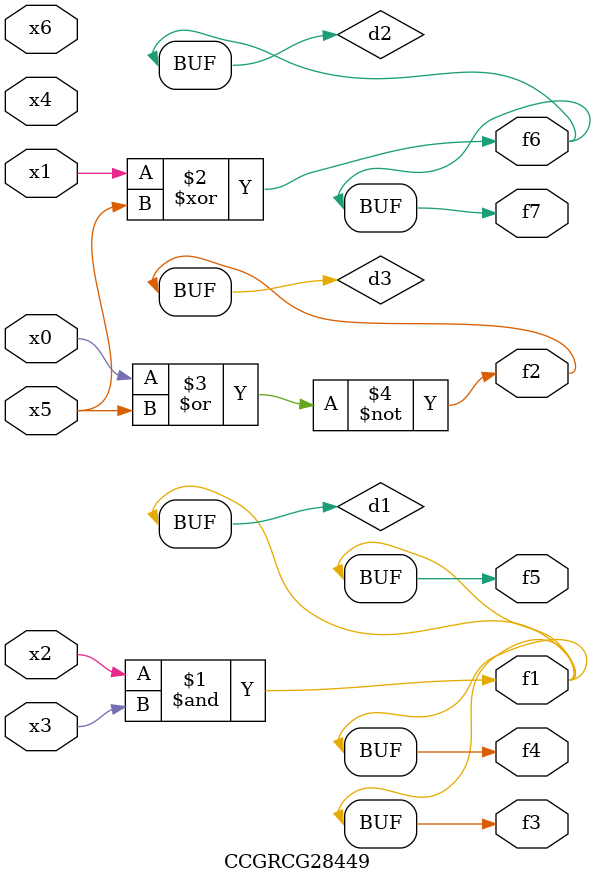
<source format=v>
module CCGRCG28449(
	input x0, x1, x2, x3, x4, x5, x6,
	output f1, f2, f3, f4, f5, f6, f7
);

	wire d1, d2, d3;

	and (d1, x2, x3);
	xor (d2, x1, x5);
	nor (d3, x0, x5);
	assign f1 = d1;
	assign f2 = d3;
	assign f3 = d1;
	assign f4 = d1;
	assign f5 = d1;
	assign f6 = d2;
	assign f7 = d2;
endmodule

</source>
